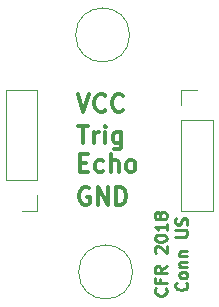
<source format=gto>
G04 #@! TF.FileFunction,Legend,Top*
%FSLAX46Y46*%
G04 Gerber Fmt 4.6, Leading zero omitted, Abs format (unit mm)*
G04 Created by KiCad (PCBNEW 4.0.7) date 03/06/18 22:45:02*
%MOMM*%
%LPD*%
G01*
G04 APERTURE LIST*
%ADD10C,0.100000*%
%ADD11C,0.250000*%
%ADD12C,0.300000*%
%ADD13C,0.120000*%
G04 APERTURE END LIST*
D10*
D11*
X151374143Y-109965762D02*
X151421762Y-110013381D01*
X151469381Y-110156238D01*
X151469381Y-110251476D01*
X151421762Y-110394334D01*
X151326524Y-110489572D01*
X151231286Y-110537191D01*
X151040810Y-110584810D01*
X150897952Y-110584810D01*
X150707476Y-110537191D01*
X150612238Y-110489572D01*
X150517000Y-110394334D01*
X150469381Y-110251476D01*
X150469381Y-110156238D01*
X150517000Y-110013381D01*
X150564619Y-109965762D01*
X150945571Y-109203857D02*
X150945571Y-109537191D01*
X151469381Y-109537191D02*
X150469381Y-109537191D01*
X150469381Y-109061000D01*
X151469381Y-108108619D02*
X150993190Y-108441953D01*
X151469381Y-108680048D02*
X150469381Y-108680048D01*
X150469381Y-108299095D01*
X150517000Y-108203857D01*
X150564619Y-108156238D01*
X150659857Y-108108619D01*
X150802714Y-108108619D01*
X150897952Y-108156238D01*
X150945571Y-108203857D01*
X150993190Y-108299095D01*
X150993190Y-108680048D01*
X150564619Y-106965762D02*
X150517000Y-106918143D01*
X150469381Y-106822905D01*
X150469381Y-106584809D01*
X150517000Y-106489571D01*
X150564619Y-106441952D01*
X150659857Y-106394333D01*
X150755095Y-106394333D01*
X150897952Y-106441952D01*
X151469381Y-107013381D01*
X151469381Y-106394333D01*
X150469381Y-105775286D02*
X150469381Y-105680047D01*
X150517000Y-105584809D01*
X150564619Y-105537190D01*
X150659857Y-105489571D01*
X150850333Y-105441952D01*
X151088429Y-105441952D01*
X151278905Y-105489571D01*
X151374143Y-105537190D01*
X151421762Y-105584809D01*
X151469381Y-105680047D01*
X151469381Y-105775286D01*
X151421762Y-105870524D01*
X151374143Y-105918143D01*
X151278905Y-105965762D01*
X151088429Y-106013381D01*
X150850333Y-106013381D01*
X150659857Y-105965762D01*
X150564619Y-105918143D01*
X150517000Y-105870524D01*
X150469381Y-105775286D01*
X151469381Y-104489571D02*
X151469381Y-105061000D01*
X151469381Y-104775286D02*
X150469381Y-104775286D01*
X150612238Y-104870524D01*
X150707476Y-104965762D01*
X150755095Y-105061000D01*
X150897952Y-103918143D02*
X150850333Y-104013381D01*
X150802714Y-104061000D01*
X150707476Y-104108619D01*
X150659857Y-104108619D01*
X150564619Y-104061000D01*
X150517000Y-104013381D01*
X150469381Y-103918143D01*
X150469381Y-103727666D01*
X150517000Y-103632428D01*
X150564619Y-103584809D01*
X150659857Y-103537190D01*
X150707476Y-103537190D01*
X150802714Y-103584809D01*
X150850333Y-103632428D01*
X150897952Y-103727666D01*
X150897952Y-103918143D01*
X150945571Y-104013381D01*
X150993190Y-104061000D01*
X151088429Y-104108619D01*
X151278905Y-104108619D01*
X151374143Y-104061000D01*
X151421762Y-104013381D01*
X151469381Y-103918143D01*
X151469381Y-103727666D01*
X151421762Y-103632428D01*
X151374143Y-103584809D01*
X151278905Y-103537190D01*
X151088429Y-103537190D01*
X150993190Y-103584809D01*
X150945571Y-103632428D01*
X150897952Y-103727666D01*
X153124143Y-109489571D02*
X153171762Y-109537190D01*
X153219381Y-109680047D01*
X153219381Y-109775285D01*
X153171762Y-109918143D01*
X153076524Y-110013381D01*
X152981286Y-110061000D01*
X152790810Y-110108619D01*
X152647952Y-110108619D01*
X152457476Y-110061000D01*
X152362238Y-110013381D01*
X152267000Y-109918143D01*
X152219381Y-109775285D01*
X152219381Y-109680047D01*
X152267000Y-109537190D01*
X152314619Y-109489571D01*
X153219381Y-108918143D02*
X153171762Y-109013381D01*
X153124143Y-109061000D01*
X153028905Y-109108619D01*
X152743190Y-109108619D01*
X152647952Y-109061000D01*
X152600333Y-109013381D01*
X152552714Y-108918143D01*
X152552714Y-108775285D01*
X152600333Y-108680047D01*
X152647952Y-108632428D01*
X152743190Y-108584809D01*
X153028905Y-108584809D01*
X153124143Y-108632428D01*
X153171762Y-108680047D01*
X153219381Y-108775285D01*
X153219381Y-108918143D01*
X152552714Y-108156238D02*
X153219381Y-108156238D01*
X152647952Y-108156238D02*
X152600333Y-108108619D01*
X152552714Y-108013381D01*
X152552714Y-107870523D01*
X152600333Y-107775285D01*
X152695571Y-107727666D01*
X153219381Y-107727666D01*
X152552714Y-107251476D02*
X153219381Y-107251476D01*
X152647952Y-107251476D02*
X152600333Y-107203857D01*
X152552714Y-107108619D01*
X152552714Y-106965761D01*
X152600333Y-106870523D01*
X152695571Y-106822904D01*
X153219381Y-106822904D01*
X152219381Y-105584809D02*
X153028905Y-105584809D01*
X153124143Y-105537190D01*
X153171762Y-105489571D01*
X153219381Y-105394333D01*
X153219381Y-105203856D01*
X153171762Y-105108618D01*
X153124143Y-105060999D01*
X153028905Y-105013380D01*
X152219381Y-105013380D01*
X153171762Y-104584809D02*
X153219381Y-104441952D01*
X153219381Y-104203856D01*
X153171762Y-104108618D01*
X153124143Y-104060999D01*
X153028905Y-104013380D01*
X152933667Y-104013380D01*
X152838429Y-104060999D01*
X152790810Y-104108618D01*
X152743190Y-104203856D01*
X152695571Y-104394333D01*
X152647952Y-104489571D01*
X152600333Y-104537190D01*
X152505095Y-104584809D01*
X152409857Y-104584809D01*
X152314619Y-104537190D01*
X152267000Y-104489571D01*
X152219381Y-104394333D01*
X152219381Y-104156237D01*
X152267000Y-104013380D01*
D12*
X144109572Y-99333857D02*
X144609572Y-99333857D01*
X144823858Y-100119571D02*
X144109572Y-100119571D01*
X144109572Y-98619571D01*
X144823858Y-98619571D01*
X146109572Y-100048143D02*
X145966715Y-100119571D01*
X145681001Y-100119571D01*
X145538143Y-100048143D01*
X145466715Y-99976714D01*
X145395286Y-99833857D01*
X145395286Y-99405286D01*
X145466715Y-99262429D01*
X145538143Y-99191000D01*
X145681001Y-99119571D01*
X145966715Y-99119571D01*
X146109572Y-99191000D01*
X146752429Y-100119571D02*
X146752429Y-98619571D01*
X147395286Y-100119571D02*
X147395286Y-99333857D01*
X147323857Y-99191000D01*
X147181000Y-99119571D01*
X146966715Y-99119571D01*
X146823857Y-99191000D01*
X146752429Y-99262429D01*
X148323858Y-100119571D02*
X148181000Y-100048143D01*
X148109572Y-99976714D01*
X148038143Y-99833857D01*
X148038143Y-99405286D01*
X148109572Y-99262429D01*
X148181000Y-99191000D01*
X148323858Y-99119571D01*
X148538143Y-99119571D01*
X148681000Y-99191000D01*
X148752429Y-99262429D01*
X148823858Y-99405286D01*
X148823858Y-99833857D01*
X148752429Y-99976714D01*
X148681000Y-100048143D01*
X148538143Y-100119571D01*
X148323858Y-100119571D01*
X143994429Y-96206571D02*
X144851572Y-96206571D01*
X144423001Y-97706571D02*
X144423001Y-96206571D01*
X145351572Y-97706571D02*
X145351572Y-96706571D01*
X145351572Y-96992286D02*
X145423000Y-96849429D01*
X145494429Y-96778000D01*
X145637286Y-96706571D01*
X145780143Y-96706571D01*
X146280143Y-97706571D02*
X146280143Y-96706571D01*
X146280143Y-96206571D02*
X146208714Y-96278000D01*
X146280143Y-96349429D01*
X146351571Y-96278000D01*
X146280143Y-96206571D01*
X146280143Y-96349429D01*
X147637286Y-96706571D02*
X147637286Y-97920857D01*
X147565857Y-98063714D01*
X147494429Y-98135143D01*
X147351572Y-98206571D01*
X147137286Y-98206571D01*
X146994429Y-98135143D01*
X147637286Y-97635143D02*
X147494429Y-97706571D01*
X147208715Y-97706571D01*
X147065857Y-97635143D01*
X146994429Y-97563714D01*
X146923000Y-97420857D01*
X146923000Y-96992286D01*
X146994429Y-96849429D01*
X147065857Y-96778000D01*
X147208715Y-96706571D01*
X147494429Y-96706571D01*
X147637286Y-96778000D01*
X143923000Y-93539571D02*
X144423000Y-95039571D01*
X144923000Y-93539571D01*
X146280143Y-94896714D02*
X146208714Y-94968143D01*
X145994428Y-95039571D01*
X145851571Y-95039571D01*
X145637286Y-94968143D01*
X145494428Y-94825286D01*
X145423000Y-94682429D01*
X145351571Y-94396714D01*
X145351571Y-94182429D01*
X145423000Y-93896714D01*
X145494428Y-93753857D01*
X145637286Y-93611000D01*
X145851571Y-93539571D01*
X145994428Y-93539571D01*
X146208714Y-93611000D01*
X146280143Y-93682429D01*
X147780143Y-94896714D02*
X147708714Y-94968143D01*
X147494428Y-95039571D01*
X147351571Y-95039571D01*
X147137286Y-94968143D01*
X146994428Y-94825286D01*
X146923000Y-94682429D01*
X146851571Y-94396714D01*
X146851571Y-94182429D01*
X146923000Y-93896714D01*
X146994428Y-93753857D01*
X147137286Y-93611000D01*
X147351571Y-93539571D01*
X147494428Y-93539571D01*
X147708714Y-93611000D01*
X147780143Y-93682429D01*
X144907143Y-101485000D02*
X144764286Y-101413571D01*
X144550000Y-101413571D01*
X144335715Y-101485000D01*
X144192857Y-101627857D01*
X144121429Y-101770714D01*
X144050000Y-102056429D01*
X144050000Y-102270714D01*
X144121429Y-102556429D01*
X144192857Y-102699286D01*
X144335715Y-102842143D01*
X144550000Y-102913571D01*
X144692857Y-102913571D01*
X144907143Y-102842143D01*
X144978572Y-102770714D01*
X144978572Y-102270714D01*
X144692857Y-102270714D01*
X145621429Y-102913571D02*
X145621429Y-101413571D01*
X146478572Y-102913571D01*
X146478572Y-101413571D01*
X147192858Y-102913571D02*
X147192858Y-101413571D01*
X147550001Y-101413571D01*
X147764286Y-101485000D01*
X147907144Y-101627857D01*
X147978572Y-101770714D01*
X148050001Y-102056429D01*
X148050001Y-102270714D01*
X147978572Y-102556429D01*
X147907144Y-102699286D01*
X147764286Y-102842143D01*
X147550001Y-102913571D01*
X147192858Y-102913571D01*
D13*
X152721000Y-103438000D02*
X155381000Y-103438000D01*
X152721000Y-95758000D02*
X152721000Y-103438000D01*
X155381000Y-95758000D02*
X155381000Y-103438000D01*
X152721000Y-95758000D02*
X155381000Y-95758000D01*
X152721000Y-94488000D02*
X152721000Y-93158000D01*
X152721000Y-93158000D02*
X154051000Y-93158000D01*
X140522000Y-93158000D02*
X137862000Y-93158000D01*
X140522000Y-100838000D02*
X140522000Y-93158000D01*
X137862000Y-100838000D02*
X137862000Y-93158000D01*
X140522000Y-100838000D02*
X137862000Y-100838000D01*
X140522000Y-102108000D02*
X140522000Y-103438000D01*
X140522000Y-103438000D02*
X139192000Y-103438000D01*
X148336000Y-88519000D02*
G75*
G03X148336000Y-88519000I-2286000J0D01*
G01*
X148590000Y-108585000D02*
G75*
G03X148590000Y-108585000I-2286000J0D01*
G01*
M02*

</source>
